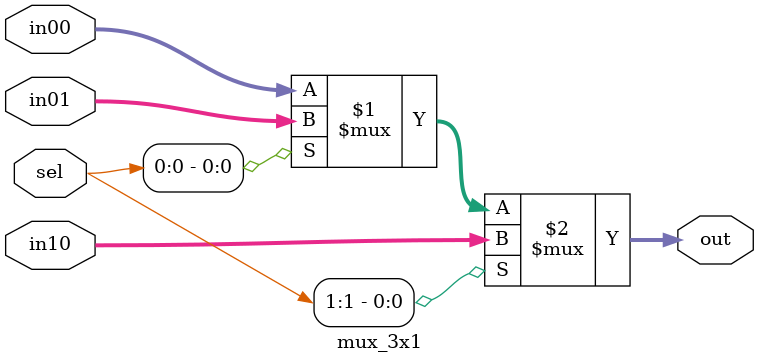
<source format=v>
module mux_3x1 #(parameter DATA_WIDTH = 32) (in10, in01, in00, sel, out);

input [DATA_WIDTH-1:0] in10;
input [DATA_WIDTH-1:0] in01;
input [DATA_WIDTH-1:0] in00;
input [1:0] sel;
output [DATA_WIDTH-1:0] out;

assign out=sel[1]?in10:(sel[0]?in01:in00);

endmodule

</source>
